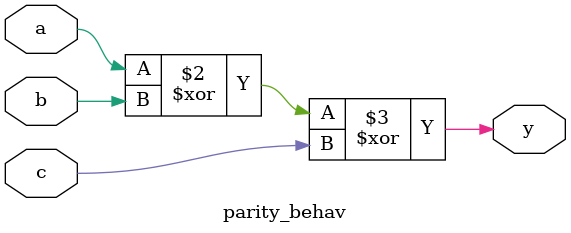
<source format=v>
`timescale 1ns/1ps
module parity_behav(
    input  wire a, b, c,
    output reg  y
);
    always @(*) begin
        y = a ^ b ^ c;
    end
endmodule

</source>
